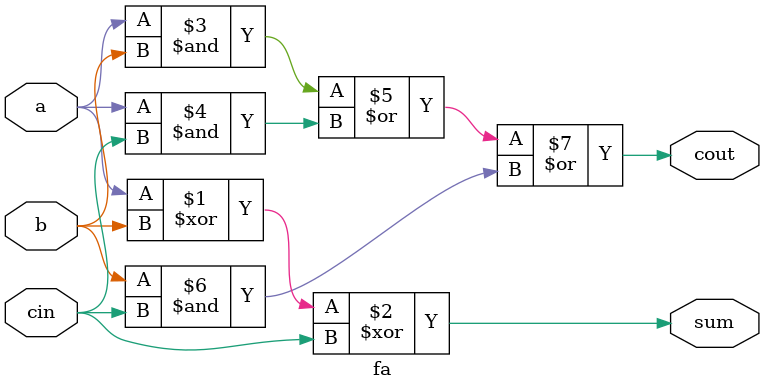
<source format=v>
module top_module( 
    input [99:0] a, b,
    input cin,
    output [99:0] cout,
    output [99:0] sum );
    
    wire [100:0] carry;
    assign carry[0] = cin;
    assign carry[100:1] = cout[99:0];

    genvar i;
    generate
        for (i = 0; i < 100; i = i + 1) begin : gen_loop
            fa U_fa(
                .a(a[i]),
                .b(b[i]),
                .cin(carry[i]),
                .cout(cout[i]),
                .sum(sum[i])
            );
    	end
	endgenerate
endmodule

module fa(
    input a,
    input b,
    input cin,
    output cout,
    output sum
);
    assign sum = a ^ b ^ cin;
    assign cout = a&b | a&cin | b&cin;
    
endmodule
</source>
